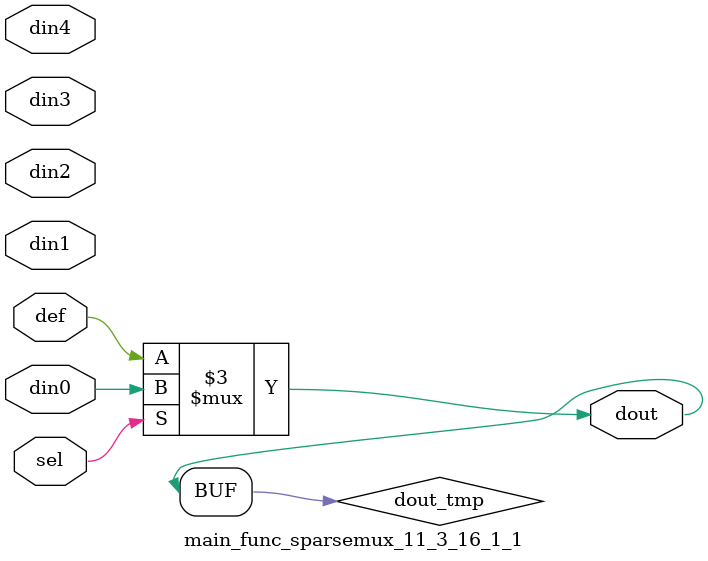
<source format=v>
`timescale 1ns / 1ps

module main_func_sparsemux_11_3_16_1_1 (din0,din1,din2,din3,din4,def,sel,dout);

parameter din0_WIDTH = 1;

parameter din1_WIDTH = 1;

parameter din2_WIDTH = 1;

parameter din3_WIDTH = 1;

parameter din4_WIDTH = 1;

parameter def_WIDTH = 1;
parameter sel_WIDTH = 1;
parameter dout_WIDTH = 1;

parameter [sel_WIDTH-1:0] CASE0 = 1;

parameter [sel_WIDTH-1:0] CASE1 = 1;

parameter [sel_WIDTH-1:0] CASE2 = 1;

parameter [sel_WIDTH-1:0] CASE3 = 1;

parameter [sel_WIDTH-1:0] CASE4 = 1;

parameter ID = 1;
parameter NUM_STAGE = 1;



input [din0_WIDTH-1:0] din0;

input [din1_WIDTH-1:0] din1;

input [din2_WIDTH-1:0] din2;

input [din3_WIDTH-1:0] din3;

input [din4_WIDTH-1:0] din4;

input [def_WIDTH-1:0] def;
input [sel_WIDTH-1:0] sel;

output [dout_WIDTH-1:0] dout;



reg [dout_WIDTH-1:0] dout_tmp;

always @ (*) begin
case (sel)
    
    CASE0 : dout_tmp = din0;
    
    CASE1 : dout_tmp = din1;
    
    CASE2 : dout_tmp = din2;
    
    CASE3 : dout_tmp = din3;
    
    CASE4 : dout_tmp = din4;
    
    default : dout_tmp = def;
endcase
end


assign dout = dout_tmp;



endmodule

</source>
